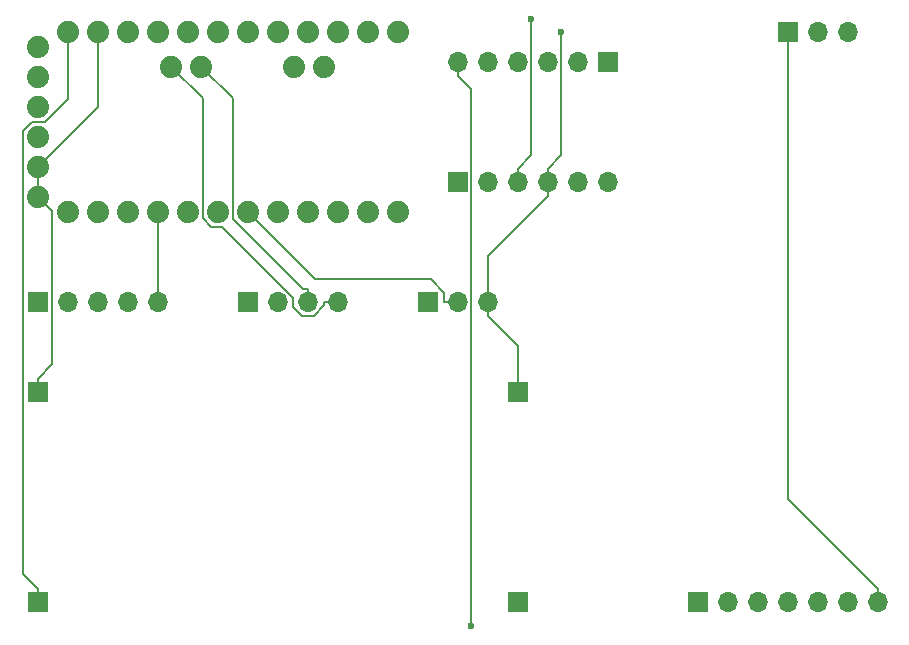
<source format=gbr>
%TF.GenerationSoftware,KiCad,Pcbnew,8.0.6*%
%TF.CreationDate,2024-11-20T22:47:01+01:00*%
%TF.ProjectId,Serverl_fter,53657276-6572-46cf-9c66-7465722e6b69,rev?*%
%TF.SameCoordinates,Original*%
%TF.FileFunction,Copper,L2,Bot*%
%TF.FilePolarity,Positive*%
%FSLAX46Y46*%
G04 Gerber Fmt 4.6, Leading zero omitted, Abs format (unit mm)*
G04 Created by KiCad (PCBNEW 8.0.6) date 2024-11-20 22:47:01*
%MOMM*%
%LPD*%
G01*
G04 APERTURE LIST*
%TA.AperFunction,ComponentPad*%
%ADD10R,1.700000X1.700000*%
%TD*%
%TA.AperFunction,ComponentPad*%
%ADD11C,1.879600*%
%TD*%
%TA.AperFunction,ComponentPad*%
%ADD12O,1.700000X1.700000*%
%TD*%
%TA.AperFunction,ViaPad*%
%ADD13C,0.600000*%
%TD*%
%TA.AperFunction,Conductor*%
%ADD14C,0.200000*%
%TD*%
G04 APERTURE END LIST*
D10*
%TO.P,J9,1,Pin_1*%
%TO.N,Net-(J1-Pin_1)*%
X76200000Y-58420000D03*
%TD*%
D11*
%TO.P,U1,JP1_1,DTR*%
%TO.N,unconnected-(U1-DTR-PadJP1_1)*%
X35560000Y-29210000D03*
%TO.P,U1,JP1_2,TXO*%
%TO.N,unconnected-(U1-TXO-PadJP1_2)*%
X35560000Y-31750000D03*
%TO.P,U1,JP1_3,RXI*%
%TO.N,unconnected-(U1-RXI-PadJP1_3)*%
X35560000Y-34290000D03*
%TO.P,U1,JP1_4,VCC*%
%TO.N,unconnected-(U1-VCC-PadJP1_4)*%
X35560000Y-36830000D03*
%TO.P,U1,JP1_5,GND*%
%TO.N,Net-(J1-Pin_1)*%
X35560000Y-39370000D03*
%TO.P,U1,JP1_6,GND*%
X35560000Y-41910000D03*
%TO.P,U1,JP2_1,A4*%
%TO.N,Net-(J5-Pin_3)*%
X49403000Y-30861000D03*
%TO.P,U1,JP2_2,A5*%
%TO.N,Net-(J5-Pin_4)*%
X46863000Y-30861000D03*
%TO.P,U1,JP3_1,A6*%
%TO.N,unconnected-(U1-A6-PadJP3_1)*%
X59817000Y-30861000D03*
%TO.P,U1,JP3_2,A7*%
%TO.N,unconnected-(U1-A7-PadJP3_2)*%
X57277000Y-30861000D03*
%TO.P,U1,JP6_1,RAW*%
%TO.N,Net-(J10-Pin_1)*%
X38100000Y-27940000D03*
%TO.P,U1,JP6_2,GND_1*%
%TO.N,Net-(J1-Pin_1)*%
X40640000Y-27940000D03*
%TO.P,U1,JP6_3,RST_1*%
%TO.N,unconnected-(U1-RST_1-PadJP6_3)*%
X43180000Y-27940000D03*
%TO.P,U1,JP6_4,VCC_1*%
%TO.N,unconnected-(U1-VCC_1-PadJP6_4)*%
X45720000Y-27940000D03*
%TO.P,U1,JP6_5,A3*%
%TO.N,unconnected-(U1-A3-PadJP6_5)*%
X48260000Y-27940000D03*
%TO.P,U1,JP6_6,A2*%
%TO.N,unconnected-(U1-A2-PadJP6_6)*%
X50800000Y-27940000D03*
%TO.P,U1,JP6_7,A1*%
%TO.N,unconnected-(U1-A1-PadJP6_7)*%
X53340000Y-27940000D03*
%TO.P,U1,JP6_8,A0*%
%TO.N,unconnected-(U1-A0-PadJP6_8)*%
X55880000Y-27940000D03*
%TO.P,U1,JP6_9,SCK*%
%TO.N,unconnected-(U1-SCK-PadJP6_9)*%
X58420000Y-27940000D03*
%TO.P,U1,JP6_10,MISO*%
%TO.N,unconnected-(U1-MISO-PadJP6_10)*%
X60960000Y-27940000D03*
%TO.P,U1,JP6_11,MOSI*%
%TO.N,unconnected-(U1-MOSI-PadJP6_11)*%
X63500000Y-27940000D03*
%TO.P,U1,JP6_12,D10*%
%TO.N,unconnected-(U1-D10-PadJP6_12)*%
X66040000Y-27940000D03*
%TO.P,U1,JP7_1,D9*%
%TO.N,unconnected-(U1-D9-PadJP7_1)*%
X66040000Y-43180000D03*
%TO.P,U1,JP7_2,D8*%
%TO.N,Net-(J4-Pin_3)*%
X63500000Y-43180000D03*
%TO.P,U1,JP7_3,D7*%
%TO.N,Net-(J4-Pin_2)*%
X60960000Y-43180000D03*
%TO.P,U1,JP7_4,D6*%
%TO.N,Net-(J7-Pin_3)*%
X58420000Y-43180000D03*
%TO.P,U1,JP7_5,D5*%
%TO.N,Net-(J2-Pin_1)*%
X55880000Y-43180000D03*
%TO.P,U1,JP7_6,D4*%
%TO.N,Net-(J6-Pin_2)*%
X53340000Y-43180000D03*
%TO.P,U1,JP7_7,D3*%
%TO.N,unconnected-(U1-D3-PadJP7_7)*%
X50800000Y-43180000D03*
%TO.P,U1,JP7_8,D2*%
%TO.N,Net-(J4-Pin_1)*%
X48260000Y-43180000D03*
%TO.P,U1,JP7_9,GND_2*%
%TO.N,Net-(J1-Pin_1)*%
X45720000Y-43180000D03*
%TO.P,U1,JP7_10,RST_2*%
%TO.N,unconnected-(U1-RST_2-PadJP7_10)*%
X43180000Y-43180000D03*
%TO.P,U1,JP7_11,RXI_2*%
%TO.N,unconnected-(U1-RXI_2-PadJP7_11)*%
X40640000Y-43180000D03*
%TO.P,U1,JP7_12,TXO_2*%
%TO.N,unconnected-(U1-TXO_2-PadJP7_12)*%
X38100000Y-43180000D03*
%TD*%
D10*
%TO.P,J3,1,Pin_1*%
%TO.N,unconnected-(J3-Pin_1-Pad1)*%
X83820000Y-30480000D03*
D12*
%TO.P,J3,2,Pin_2*%
%TO.N,unconnected-(J3-Pin_2-Pad2)*%
X81280000Y-30480000D03*
%TO.P,J3,3,Pin_3*%
%TO.N,unconnected-(J3-Pin_3-Pad3)*%
X78740000Y-30480000D03*
%TO.P,J3,4,Pin_4*%
%TO.N,unconnected-(J3-Pin_4-Pad4)*%
X76200000Y-30480000D03*
%TO.P,J3,5,Pin_5*%
%TO.N,unconnected-(J3-Pin_5-Pad5)*%
X73660000Y-30480000D03*
%TO.P,J3,6,Pin_6*%
%TO.N,Net-(J1-Pin_6)*%
X71120000Y-30480000D03*
%TD*%
D10*
%TO.P,J4,1,Pin_1*%
%TO.N,Net-(J4-Pin_1)*%
X35560000Y-50800000D03*
D12*
%TO.P,J4,2,Pin_2*%
%TO.N,Net-(J4-Pin_2)*%
X38100000Y-50800000D03*
%TO.P,J4,3,Pin_3*%
%TO.N,Net-(J4-Pin_3)*%
X40640000Y-50800000D03*
%TO.P,J4,4,Pin_4*%
%TO.N,Net-(J1-Pin_1)*%
X43180000Y-50800000D03*
%TO.P,J4,5,Pin_5*%
X45720000Y-50800000D03*
%TD*%
D10*
%TO.P,J6,1,Pin_1*%
%TO.N,Net-(J1-Pin_1)*%
X68580000Y-50800000D03*
D12*
%TO.P,J6,2,Pin_2*%
%TO.N,Net-(J6-Pin_2)*%
X71120000Y-50800000D03*
%TO.P,J6,3,Pin_3*%
%TO.N,Net-(J1-Pin_1)*%
X73660000Y-50800000D03*
%TD*%
D10*
%TO.P,J5,1,Pin_1*%
%TO.N,Net-(J1-Pin_1)*%
X53340000Y-50800000D03*
D12*
%TO.P,J5,2,Pin_2*%
X55880000Y-50800000D03*
%TO.P,J5,3,Pin_3*%
%TO.N,Net-(J5-Pin_3)*%
X58420000Y-50800000D03*
%TO.P,J5,4,Pin_4*%
%TO.N,Net-(J5-Pin_4)*%
X60960000Y-50800000D03*
%TD*%
D10*
%TO.P,J11,1,Pin_1*%
%TO.N,Net-(J1-Pin_1)*%
X35560000Y-58420000D03*
%TD*%
%TO.P,J1,1,Pin_1*%
%TO.N,Net-(J1-Pin_1)*%
X91440000Y-76200000D03*
D12*
%TO.P,J1,2,Pin_2*%
%TO.N,Net-(J1-Pin_2)*%
X93980000Y-76200000D03*
%TO.P,J1,3,Pin_3*%
X96520000Y-76200000D03*
%TO.P,J1,4,Pin_4*%
%TO.N,Net-(J1-Pin_4)*%
X99060000Y-76200000D03*
%TO.P,J1,5,Pin_5*%
X101600000Y-76200000D03*
%TO.P,J1,6,Pin_6*%
%TO.N,Net-(J1-Pin_6)*%
X104140000Y-76200000D03*
%TO.P,J1,7,Pin_7*%
%TO.N,Net-(J1-Pin_1)*%
X106680000Y-76200000D03*
%TD*%
D10*
%TO.P,J2,1,Pin_1*%
%TO.N,Net-(J2-Pin_1)*%
X71120000Y-40640000D03*
D12*
%TO.P,J2,2,Pin_2*%
%TO.N,unconnected-(J2-Pin_2-Pad2)*%
X73660000Y-40640000D03*
%TO.P,J2,3,Pin_3*%
%TO.N,Net-(J10-Pin_1)*%
X76200000Y-40640000D03*
%TO.P,J2,4,Pin_4*%
%TO.N,Net-(J1-Pin_1)*%
X78740000Y-40640000D03*
%TO.P,J2,5,Pin_5*%
%TO.N,unconnected-(J2-Pin_5-Pad5)*%
X81280000Y-40640000D03*
%TO.P,J2,6,Pin_6*%
%TO.N,unconnected-(J2-Pin_6-Pad6)*%
X83820000Y-40640000D03*
%TD*%
D10*
%TO.P,J10,1,Pin_1*%
%TO.N,Net-(J10-Pin_1)*%
X35560000Y-76200000D03*
%TD*%
%TO.P,J8,1,Pin_1*%
%TO.N,Net-(J1-Pin_4)*%
X76200000Y-76200000D03*
%TD*%
%TO.P,J7,1,Pin_1*%
%TO.N,Net-(J1-Pin_1)*%
X99060000Y-27940000D03*
D12*
%TO.P,J7,2,Pin_2*%
%TO.N,Net-(J10-Pin_1)*%
X101600000Y-27940000D03*
%TO.P,J7,3,Pin_3*%
%TO.N,Net-(J7-Pin_3)*%
X104140000Y-27940000D03*
%TD*%
D13*
%TO.N,Net-(J10-Pin_1)*%
X77351700Y-26788300D03*
%TO.N,Net-(J1-Pin_1)*%
X79891700Y-27940000D03*
%TO.N,Net-(J1-Pin_6)*%
X72271700Y-78223600D03*
%TD*%
D14*
%TO.N,Net-(J6-Pin_2)*%
X69968300Y-49985500D02*
X69968300Y-50800000D01*
X68846200Y-48863400D02*
X69968300Y-49985500D01*
X59023400Y-48863400D02*
X68846200Y-48863400D01*
X53340000Y-43180000D02*
X59023400Y-48863400D01*
X71120000Y-50800000D02*
X69968300Y-50800000D01*
%TO.N,Net-(J5-Pin_3)*%
X52070100Y-33528100D02*
X49403000Y-30861000D01*
X52070100Y-43730300D02*
X52070100Y-33528100D01*
X57988100Y-49648300D02*
X52070100Y-43730300D01*
X58420000Y-49648300D02*
X57988100Y-49648300D01*
X58420000Y-50800000D02*
X58420000Y-49648300D01*
%TO.N,Net-(J5-Pin_4)*%
X59808300Y-51068500D02*
X59808300Y-50800000D01*
X58922000Y-51954800D02*
X59808300Y-51068500D01*
X57912200Y-51954800D02*
X58922000Y-51954800D01*
X57150000Y-51192600D02*
X57912200Y-51954800D01*
X57150000Y-50405900D02*
X57150000Y-51192600D01*
X51165600Y-44421500D02*
X57150000Y-50405900D01*
X50274600Y-44421500D02*
X51165600Y-44421500D01*
X49530000Y-43676900D02*
X50274600Y-44421500D01*
X49530000Y-33528000D02*
X49530000Y-43676900D01*
X46863000Y-30861000D02*
X49530000Y-33528000D01*
X60960000Y-50800000D02*
X59808300Y-50800000D01*
%TO.N,Net-(J10-Pin_1)*%
X76200000Y-40640000D02*
X76200000Y-39488300D01*
X77351700Y-38336600D02*
X77351700Y-26788300D01*
X76200000Y-39488300D02*
X77351700Y-38336600D01*
X38100000Y-33608700D02*
X38100000Y-27940000D01*
X36148700Y-35560000D02*
X38100000Y-33608700D01*
X35063200Y-35560000D02*
X36148700Y-35560000D01*
X34307100Y-36316100D02*
X35063200Y-35560000D01*
X34307100Y-73795400D02*
X34307100Y-36316100D01*
X35560000Y-75048300D02*
X34307100Y-73795400D01*
X35560000Y-76200000D02*
X35560000Y-75048300D01*
%TO.N,Net-(J1-Pin_1)*%
X73660000Y-46871700D02*
X73660000Y-50800000D01*
X78740000Y-41791700D02*
X73660000Y-46871700D01*
X78740000Y-40640000D02*
X78740000Y-41791700D01*
X99060000Y-67428300D02*
X106680000Y-75048300D01*
X99060000Y-27940000D02*
X99060000Y-67428300D01*
X106680000Y-76200000D02*
X106680000Y-75048300D01*
X76200000Y-54491700D02*
X76200000Y-58420000D01*
X73660000Y-51951700D02*
X76200000Y-54491700D01*
X73660000Y-50800000D02*
X73660000Y-51951700D01*
X45720000Y-50800000D02*
X45720000Y-43180000D01*
X40640000Y-34290000D02*
X35560000Y-39370000D01*
X40640000Y-27940000D02*
X40640000Y-34290000D01*
X35560000Y-41910000D02*
X35560000Y-39370000D01*
X36770100Y-43120100D02*
X35560000Y-41910000D01*
X36770100Y-56058200D02*
X36770100Y-43120100D01*
X35560000Y-57268300D02*
X36770100Y-56058200D01*
X35560000Y-58420000D02*
X35560000Y-57268300D01*
X78740000Y-40640000D02*
X78740000Y-39488300D01*
X79891700Y-38336600D02*
X79891700Y-27940000D01*
X78740000Y-39488300D02*
X79891700Y-38336600D01*
%TO.N,Net-(J1-Pin_6)*%
X71120000Y-30480000D02*
X71120000Y-31631700D01*
X72271700Y-32783400D02*
X72271700Y-78223600D01*
X71120000Y-31631700D02*
X72271700Y-32783400D01*
%TD*%
M02*

</source>
